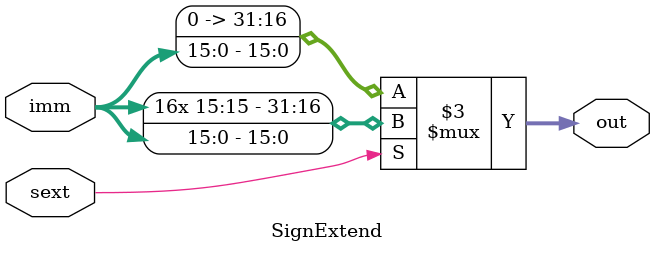
<source format=v>
`timescale 1ns / 1ps


module SignExtend(imm, sext, out);

input [15:0] imm;
input sext;
output reg [31:0] out;

always @(*)
begin
    if (sext)
        out = $signed(imm);
    else
        out = imm;
end
endmodule

</source>
